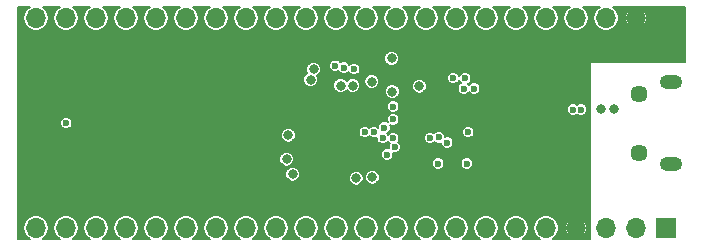
<source format=gbr>
G04 #@! TF.GenerationSoftware,KiCad,Pcbnew,5.0.2-bee76a0~70~ubuntu18.04.1*
G04 #@! TF.CreationDate,2019-01-15T20:31:34+13:00*
G04 #@! TF.ProjectId,pynano-1,70796e61-6e6f-42d3-912e-6b696361645f,rev?*
G04 #@! TF.SameCoordinates,Original*
G04 #@! TF.FileFunction,Copper,L3,Inr*
G04 #@! TF.FilePolarity,Positive*
%FSLAX46Y46*%
G04 Gerber Fmt 4.6, Leading zero omitted, Abs format (unit mm)*
G04 Created by KiCad (PCBNEW 5.0.2-bee76a0~70~ubuntu18.04.1) date Tue 15 Jan 2019 08:31:34 PM NZDT*
%MOMM*%
%LPD*%
G01*
G04 APERTURE LIST*
G04 #@! TA.AperFunction,ViaPad*
%ADD10R,1.700000X1.700000*%
G04 #@! TD*
G04 #@! TA.AperFunction,ViaPad*
%ADD11O,1.700000X1.700000*%
G04 #@! TD*
G04 #@! TA.AperFunction,ViaPad*
%ADD12C,1.450000*%
G04 #@! TD*
G04 #@! TA.AperFunction,ViaPad*
%ADD13O,1.900000X1.200000*%
G04 #@! TD*
G04 #@! TA.AperFunction,ViaPad*
%ADD14C,0.800000*%
G04 #@! TD*
G04 #@! TA.AperFunction,ViaPad*
%ADD15C,0.600000*%
G04 #@! TD*
G04 #@! TA.AperFunction,Conductor*
%ADD16C,0.152400*%
G04 #@! TD*
G04 APERTURE END LIST*
D10*
G04 #@! TO.N,+3V3*
G04 #@! TO.C,J1*
X190500000Y-52070000D03*
D11*
X187960000Y-52070000D03*
G04 #@! TO.N,GND*
X185420000Y-52070000D03*
X182880000Y-52070000D03*
G04 #@! TO.N,/PC8*
X180340000Y-52070000D03*
G04 #@! TO.N,/PC9*
X177800000Y-52070000D03*
G04 #@! TO.N,/PA8*
X175260000Y-52070000D03*
G04 #@! TO.N,/PA10*
X172720000Y-52070000D03*
G04 #@! TO.N,/PA15*
X170180000Y-52070000D03*
G04 #@! TO.N,/PC10*
X167640000Y-52070000D03*
G04 #@! TO.N,/PC11*
X165100000Y-52070000D03*
G04 #@! TO.N,/PC12*
X162560000Y-52070000D03*
G04 #@! TO.N,/PD2*
X160020000Y-52070000D03*
G04 #@! TO.N,/PB3*
X157480000Y-52070000D03*
G04 #@! TO.N,/PB4*
X154940000Y-52070000D03*
G04 #@! TO.N,/PB5*
X152400000Y-52070000D03*
G04 #@! TO.N,/PB6*
X149860000Y-52070000D03*
G04 #@! TO.N,/PB7*
X147320000Y-52070000D03*
G04 #@! TO.N,/BOOT0*
X144780000Y-52070000D03*
G04 #@! TO.N,/PB8*
X142240000Y-52070000D03*
G04 #@! TO.N,/PB9*
X139700000Y-52070000D03*
G04 #@! TO.N,/PC13*
X137160000Y-52070000D03*
G04 #@! TD*
G04 #@! TO.N,/VDDA*
G04 #@! TO.C,J3*
X137160000Y-69850000D03*
G04 #@! TO.N,/PA0*
X139700000Y-69850000D03*
G04 #@! TO.N,/PA1*
X142240000Y-69850000D03*
G04 #@! TO.N,/PA2*
X144780000Y-69850000D03*
G04 #@! TO.N,/PA3*
X147320000Y-69850000D03*
G04 #@! TO.N,/PA4*
X149860000Y-69850000D03*
G04 #@! TO.N,/PA5*
X152400000Y-69850000D03*
G04 #@! TO.N,/PA6*
X154940000Y-69850000D03*
G04 #@! TO.N,/PA7*
X157480000Y-69850000D03*
G04 #@! TO.N,/PC4*
X160020000Y-69850000D03*
G04 #@! TO.N,/PC5*
X162560000Y-69850000D03*
G04 #@! TO.N,/PB0*
X165100000Y-69850000D03*
G04 #@! TO.N,/PB1*
X167640000Y-69850000D03*
G04 #@! TO.N,/PB10*
X170180000Y-69850000D03*
G04 #@! TO.N,/PB11*
X172720000Y-69850000D03*
G04 #@! TO.N,/PC6*
X175260000Y-69850000D03*
G04 #@! TO.N,/PC7*
X177800000Y-69850000D03*
G04 #@! TO.N,GND*
X180340000Y-69850000D03*
G04 #@! TO.N,+3V3*
X182880000Y-69850000D03*
G04 #@! TO.N,GND*
X185420000Y-69850000D03*
G04 #@! TO.N,+5V*
X187960000Y-69850000D03*
D10*
G04 #@! TO.N,VBUS*
X190500000Y-69850000D03*
G04 #@! TD*
D12*
G04 #@! TO.N,GND*
G04 #@! TO.C,J2*
X188224700Y-63460000D03*
X188224700Y-58460000D03*
D13*
X190924700Y-64460000D03*
X190924700Y-57460000D03*
G04 #@! TD*
D14*
G04 #@! TO.N,GND*
X158877000Y-65278000D03*
X158496000Y-61976000D03*
X160393353Y-57303767D03*
X162941000Y-57785000D03*
X163957000Y-57785000D03*
X165569811Y-57443598D03*
D15*
X165735000Y-61722000D03*
X164973000Y-61722000D03*
X166878000Y-63627000D03*
X182626000Y-59817000D03*
X183286400Y-59817000D03*
G04 #@! TO.N,+3V3*
X162814000Y-63093600D03*
X163474400Y-63093600D03*
X164134800Y-63093600D03*
X167487600Y-57048400D03*
X166299000Y-65030500D03*
X160172400Y-65481200D03*
X171094400Y-63601600D03*
X174447200Y-62179200D03*
X175869600Y-61214000D03*
X176530000Y-61214000D03*
X179882800Y-62890400D03*
X179882800Y-63601600D03*
X179882800Y-64312800D03*
X179882800Y-65024000D03*
X180594000Y-62890400D03*
X180594000Y-63601600D03*
X180594000Y-64312800D03*
X180594000Y-65024000D03*
X175869600Y-60452000D03*
X176530000Y-60452000D03*
X180594000Y-62179200D03*
X179882800Y-62179200D03*
X179882800Y-65735200D03*
X180594000Y-65735200D03*
X159004000Y-56261000D03*
X158165800Y-57759600D03*
X174599600Y-54127400D03*
X139344400Y-63627000D03*
G04 #@! TO.N,/nRST*
X139700000Y-60960000D03*
D14*
G04 #@! TO.N,/VCAP_1*
X165608000Y-65532000D03*
G04 #@! TO.N,/VCAP_2*
X167299544Y-58286610D03*
G04 #@! TO.N,/VDDA*
X158369000Y-64008000D03*
G04 #@! TO.N,VBUS*
X184962800Y-59791600D03*
X186080400Y-59791600D03*
G04 #@! TO.N,/BOOT0*
X160655000Y-56388000D03*
G04 #@! TO.N,/BOOT1*
X164243745Y-65617775D03*
G04 #@! TO.N,/SYS_SWDIO*
X169586863Y-57826863D03*
G04 #@! TO.N,/SYS_SWCLK*
X167259962Y-55485189D03*
D15*
G04 #@! TO.N,/PA8*
X173482000Y-57150000D03*
X167383824Y-60634579D03*
G04 #@! TO.N,/SPI2_NSS*
X173609000Y-64389000D03*
G04 #@! TO.N,Net-(R8-Pad2)*
X173736000Y-61722000D03*
G04 #@! TO.N,Net-(R9-Pad2)*
X171196000Y-64389000D03*
G04 #@! TO.N,/SPI2_SCK*
X171958000Y-62611000D03*
G04 #@! TO.N,/SPI2_MISO*
X170492459Y-62218022D03*
G04 #@! TO.N,/SPI2_MOSI*
X171244968Y-62157560D03*
G04 #@! TO.N,/PC6*
X167513037Y-62992220D03*
G04 #@! TO.N,/PC7*
X167386000Y-62250610D03*
G04 #@! TO.N,/PC8*
X166497000Y-62230000D03*
X174244000Y-58039000D03*
G04 #@! TO.N,/PC9*
X173355000Y-58039000D03*
X166644609Y-61342244D03*
G04 #@! TO.N,/PA10*
X167386000Y-59563000D03*
X172466000Y-57150000D03*
G04 #@! TO.N,/PB3*
X164084000Y-56388000D03*
G04 #@! TO.N,/PB4*
X163195000Y-56261000D03*
G04 #@! TO.N,/PB5*
X162458796Y-56105673D03*
G04 #@! TD*
D16*
G04 #@! TO.N,+3V3*
G36*
X136382373Y-51292373D02*
X136143981Y-51649151D01*
X136060269Y-52070000D01*
X136143981Y-52490849D01*
X136382373Y-52847627D01*
X136739151Y-53086019D01*
X137053767Y-53148600D01*
X137266233Y-53148600D01*
X137580849Y-53086019D01*
X137937627Y-52847627D01*
X138176019Y-52490849D01*
X138259731Y-52070000D01*
X138176019Y-51649151D01*
X137937627Y-51292373D01*
X137692524Y-51128600D01*
X139167476Y-51128600D01*
X138922373Y-51292373D01*
X138683981Y-51649151D01*
X138600269Y-52070000D01*
X138683981Y-52490849D01*
X138922373Y-52847627D01*
X139279151Y-53086019D01*
X139593767Y-53148600D01*
X139806233Y-53148600D01*
X140120849Y-53086019D01*
X140477627Y-52847627D01*
X140716019Y-52490849D01*
X140799731Y-52070000D01*
X140716019Y-51649151D01*
X140477627Y-51292373D01*
X140232524Y-51128600D01*
X141707476Y-51128600D01*
X141462373Y-51292373D01*
X141223981Y-51649151D01*
X141140269Y-52070000D01*
X141223981Y-52490849D01*
X141462373Y-52847627D01*
X141819151Y-53086019D01*
X142133767Y-53148600D01*
X142346233Y-53148600D01*
X142660849Y-53086019D01*
X143017627Y-52847627D01*
X143256019Y-52490849D01*
X143339731Y-52070000D01*
X143256019Y-51649151D01*
X143017627Y-51292373D01*
X142772524Y-51128600D01*
X144247476Y-51128600D01*
X144002373Y-51292373D01*
X143763981Y-51649151D01*
X143680269Y-52070000D01*
X143763981Y-52490849D01*
X144002373Y-52847627D01*
X144359151Y-53086019D01*
X144673767Y-53148600D01*
X144886233Y-53148600D01*
X145200849Y-53086019D01*
X145557627Y-52847627D01*
X145796019Y-52490849D01*
X145879731Y-52070000D01*
X145796019Y-51649151D01*
X145557627Y-51292373D01*
X145312524Y-51128600D01*
X146787476Y-51128600D01*
X146542373Y-51292373D01*
X146303981Y-51649151D01*
X146220269Y-52070000D01*
X146303981Y-52490849D01*
X146542373Y-52847627D01*
X146899151Y-53086019D01*
X147213767Y-53148600D01*
X147426233Y-53148600D01*
X147740849Y-53086019D01*
X148097627Y-52847627D01*
X148336019Y-52490849D01*
X148419731Y-52070000D01*
X148336019Y-51649151D01*
X148097627Y-51292373D01*
X147852524Y-51128600D01*
X149327476Y-51128600D01*
X149082373Y-51292373D01*
X148843981Y-51649151D01*
X148760269Y-52070000D01*
X148843981Y-52490849D01*
X149082373Y-52847627D01*
X149439151Y-53086019D01*
X149753767Y-53148600D01*
X149966233Y-53148600D01*
X150280849Y-53086019D01*
X150637627Y-52847627D01*
X150876019Y-52490849D01*
X150959731Y-52070000D01*
X150876019Y-51649151D01*
X150637627Y-51292373D01*
X150392524Y-51128600D01*
X151867476Y-51128600D01*
X151622373Y-51292373D01*
X151383981Y-51649151D01*
X151300269Y-52070000D01*
X151383981Y-52490849D01*
X151622373Y-52847627D01*
X151979151Y-53086019D01*
X152293767Y-53148600D01*
X152506233Y-53148600D01*
X152820849Y-53086019D01*
X153177627Y-52847627D01*
X153416019Y-52490849D01*
X153499731Y-52070000D01*
X153416019Y-51649151D01*
X153177627Y-51292373D01*
X152932524Y-51128600D01*
X154407476Y-51128600D01*
X154162373Y-51292373D01*
X153923981Y-51649151D01*
X153840269Y-52070000D01*
X153923981Y-52490849D01*
X154162373Y-52847627D01*
X154519151Y-53086019D01*
X154833767Y-53148600D01*
X155046233Y-53148600D01*
X155360849Y-53086019D01*
X155717627Y-52847627D01*
X155956019Y-52490849D01*
X156039731Y-52070000D01*
X155956019Y-51649151D01*
X155717627Y-51292373D01*
X155472524Y-51128600D01*
X156947476Y-51128600D01*
X156702373Y-51292373D01*
X156463981Y-51649151D01*
X156380269Y-52070000D01*
X156463981Y-52490849D01*
X156702373Y-52847627D01*
X157059151Y-53086019D01*
X157373767Y-53148600D01*
X157586233Y-53148600D01*
X157900849Y-53086019D01*
X158257627Y-52847627D01*
X158496019Y-52490849D01*
X158579731Y-52070000D01*
X158496019Y-51649151D01*
X158257627Y-51292373D01*
X158012524Y-51128600D01*
X159487476Y-51128600D01*
X159242373Y-51292373D01*
X159003981Y-51649151D01*
X158920269Y-52070000D01*
X159003981Y-52490849D01*
X159242373Y-52847627D01*
X159599151Y-53086019D01*
X159913767Y-53148600D01*
X160126233Y-53148600D01*
X160440849Y-53086019D01*
X160797627Y-52847627D01*
X161036019Y-52490849D01*
X161119731Y-52070000D01*
X161036019Y-51649151D01*
X160797627Y-51292373D01*
X160552524Y-51128600D01*
X162027476Y-51128600D01*
X161782373Y-51292373D01*
X161543981Y-51649151D01*
X161460269Y-52070000D01*
X161543981Y-52490849D01*
X161782373Y-52847627D01*
X162139151Y-53086019D01*
X162453767Y-53148600D01*
X162666233Y-53148600D01*
X162980849Y-53086019D01*
X163337627Y-52847627D01*
X163576019Y-52490849D01*
X163659731Y-52070000D01*
X163576019Y-51649151D01*
X163337627Y-51292373D01*
X163092524Y-51128600D01*
X164567476Y-51128600D01*
X164322373Y-51292373D01*
X164083981Y-51649151D01*
X164000269Y-52070000D01*
X164083981Y-52490849D01*
X164322373Y-52847627D01*
X164679151Y-53086019D01*
X164993767Y-53148600D01*
X165206233Y-53148600D01*
X165520849Y-53086019D01*
X165877627Y-52847627D01*
X166116019Y-52490849D01*
X166199731Y-52070000D01*
X166116019Y-51649151D01*
X165877627Y-51292373D01*
X165632524Y-51128600D01*
X167107476Y-51128600D01*
X166862373Y-51292373D01*
X166623981Y-51649151D01*
X166540269Y-52070000D01*
X166623981Y-52490849D01*
X166862373Y-52847627D01*
X167219151Y-53086019D01*
X167533767Y-53148600D01*
X167746233Y-53148600D01*
X168060849Y-53086019D01*
X168417627Y-52847627D01*
X168656019Y-52490849D01*
X168739731Y-52070000D01*
X168656019Y-51649151D01*
X168417627Y-51292373D01*
X168172524Y-51128600D01*
X169647476Y-51128600D01*
X169402373Y-51292373D01*
X169163981Y-51649151D01*
X169080269Y-52070000D01*
X169163981Y-52490849D01*
X169402373Y-52847627D01*
X169759151Y-53086019D01*
X170073767Y-53148600D01*
X170286233Y-53148600D01*
X170600849Y-53086019D01*
X170957627Y-52847627D01*
X171196019Y-52490849D01*
X171279731Y-52070000D01*
X171196019Y-51649151D01*
X170957627Y-51292373D01*
X170712524Y-51128600D01*
X172187476Y-51128600D01*
X171942373Y-51292373D01*
X171703981Y-51649151D01*
X171620269Y-52070000D01*
X171703981Y-52490849D01*
X171942373Y-52847627D01*
X172299151Y-53086019D01*
X172613767Y-53148600D01*
X172826233Y-53148600D01*
X173140849Y-53086019D01*
X173497627Y-52847627D01*
X173736019Y-52490849D01*
X173819731Y-52070000D01*
X173736019Y-51649151D01*
X173497627Y-51292373D01*
X173252524Y-51128600D01*
X174727476Y-51128600D01*
X174482373Y-51292373D01*
X174243981Y-51649151D01*
X174160269Y-52070000D01*
X174243981Y-52490849D01*
X174482373Y-52847627D01*
X174839151Y-53086019D01*
X175153767Y-53148600D01*
X175366233Y-53148600D01*
X175680849Y-53086019D01*
X176037627Y-52847627D01*
X176276019Y-52490849D01*
X176359731Y-52070000D01*
X176276019Y-51649151D01*
X176037627Y-51292373D01*
X175792524Y-51128600D01*
X177267476Y-51128600D01*
X177022373Y-51292373D01*
X176783981Y-51649151D01*
X176700269Y-52070000D01*
X176783981Y-52490849D01*
X177022373Y-52847627D01*
X177379151Y-53086019D01*
X177693767Y-53148600D01*
X177906233Y-53148600D01*
X178220849Y-53086019D01*
X178577627Y-52847627D01*
X178816019Y-52490849D01*
X178899731Y-52070000D01*
X178816019Y-51649151D01*
X178577627Y-51292373D01*
X178332524Y-51128600D01*
X179807476Y-51128600D01*
X179562373Y-51292373D01*
X179323981Y-51649151D01*
X179240269Y-52070000D01*
X179323981Y-52490849D01*
X179562373Y-52847627D01*
X179919151Y-53086019D01*
X180233767Y-53148600D01*
X180446233Y-53148600D01*
X180760849Y-53086019D01*
X181117627Y-52847627D01*
X181356019Y-52490849D01*
X181439731Y-52070000D01*
X181356019Y-51649151D01*
X181117627Y-51292373D01*
X180872524Y-51128600D01*
X182347476Y-51128600D01*
X182102373Y-51292373D01*
X181863981Y-51649151D01*
X181780269Y-52070000D01*
X181863981Y-52490849D01*
X182102373Y-52847627D01*
X182459151Y-53086019D01*
X182773767Y-53148600D01*
X182986233Y-53148600D01*
X183300849Y-53086019D01*
X183657627Y-52847627D01*
X183896019Y-52490849D01*
X183979731Y-52070000D01*
X183896019Y-51649151D01*
X183657627Y-51292373D01*
X183412524Y-51128600D01*
X184887476Y-51128600D01*
X184642373Y-51292373D01*
X184403981Y-51649151D01*
X184320269Y-52070000D01*
X184403981Y-52490849D01*
X184642373Y-52847627D01*
X184999151Y-53086019D01*
X185313767Y-53148600D01*
X185526233Y-53148600D01*
X185840849Y-53086019D01*
X186197627Y-52847627D01*
X186436019Y-52490849D01*
X186485931Y-52239923D01*
X187049517Y-52239923D01*
X187183850Y-52575415D01*
X187436345Y-52833962D01*
X187768561Y-52976203D01*
X187790078Y-52980480D01*
X187934600Y-52976794D01*
X187934600Y-52095400D01*
X187985400Y-52095400D01*
X187985400Y-52976794D01*
X188129922Y-52980480D01*
X188151439Y-52976203D01*
X188483655Y-52833962D01*
X188736150Y-52575415D01*
X188870483Y-52239923D01*
X188867290Y-52114450D01*
X189573800Y-52114450D01*
X189573800Y-52935157D01*
X189585401Y-52963164D01*
X189606836Y-52984599D01*
X189634843Y-52996200D01*
X190455550Y-52996200D01*
X190474600Y-52977150D01*
X190474600Y-52095400D01*
X190525400Y-52095400D01*
X190525400Y-52977150D01*
X190544450Y-52996200D01*
X191365157Y-52996200D01*
X191393164Y-52984599D01*
X191414599Y-52963164D01*
X191426200Y-52935157D01*
X191426200Y-52114450D01*
X191407150Y-52095400D01*
X190525400Y-52095400D01*
X190474600Y-52095400D01*
X189592850Y-52095400D01*
X189573800Y-52114450D01*
X188867290Y-52114450D01*
X188866805Y-52095400D01*
X187985400Y-52095400D01*
X187934600Y-52095400D01*
X187053195Y-52095400D01*
X187049517Y-52239923D01*
X186485931Y-52239923D01*
X186519731Y-52070000D01*
X186485932Y-51900077D01*
X187049517Y-51900077D01*
X187053195Y-52044600D01*
X187934600Y-52044600D01*
X187934600Y-51163206D01*
X187985400Y-51163206D01*
X187985400Y-52044600D01*
X188866805Y-52044600D01*
X188870483Y-51900077D01*
X188736150Y-51564585D01*
X188483655Y-51306038D01*
X188247306Y-51204843D01*
X189573800Y-51204843D01*
X189573800Y-52025550D01*
X189592850Y-52044600D01*
X190474600Y-52044600D01*
X190474600Y-51162850D01*
X190525400Y-51162850D01*
X190525400Y-52044600D01*
X191407150Y-52044600D01*
X191426200Y-52025550D01*
X191426200Y-51204843D01*
X191414599Y-51176836D01*
X191393164Y-51155401D01*
X191365157Y-51143800D01*
X190544450Y-51143800D01*
X190525400Y-51162850D01*
X190474600Y-51162850D01*
X190455550Y-51143800D01*
X189634843Y-51143800D01*
X189606836Y-51155401D01*
X189585401Y-51176836D01*
X189573800Y-51204843D01*
X188247306Y-51204843D01*
X188151439Y-51163797D01*
X188129922Y-51159520D01*
X187985400Y-51163206D01*
X187934600Y-51163206D01*
X187790078Y-51159520D01*
X187768561Y-51163797D01*
X187436345Y-51306038D01*
X187183850Y-51564585D01*
X187049517Y-51900077D01*
X186485932Y-51900077D01*
X186436019Y-51649151D01*
X186197627Y-51292373D01*
X185952524Y-51128600D01*
X192076401Y-51128600D01*
X192076401Y-55803800D01*
X184150000Y-55803800D01*
X184120840Y-55809600D01*
X184096118Y-55826118D01*
X184079600Y-55850840D01*
X184073800Y-55880000D01*
X184073800Y-70791400D01*
X180872524Y-70791400D01*
X181117627Y-70627627D01*
X181356019Y-70270849D01*
X181405931Y-70019923D01*
X181969517Y-70019923D01*
X182103850Y-70355415D01*
X182356345Y-70613962D01*
X182688561Y-70756203D01*
X182710078Y-70760480D01*
X182854600Y-70756794D01*
X182854600Y-69875400D01*
X182905400Y-69875400D01*
X182905400Y-70756794D01*
X183049922Y-70760480D01*
X183071439Y-70756203D01*
X183403655Y-70613962D01*
X183656150Y-70355415D01*
X183790483Y-70019923D01*
X183786805Y-69875400D01*
X182905400Y-69875400D01*
X182854600Y-69875400D01*
X181973195Y-69875400D01*
X181969517Y-70019923D01*
X181405931Y-70019923D01*
X181439731Y-69850000D01*
X181405932Y-69680077D01*
X181969517Y-69680077D01*
X181973195Y-69824600D01*
X182854600Y-69824600D01*
X182854600Y-68943206D01*
X182905400Y-68943206D01*
X182905400Y-69824600D01*
X183786805Y-69824600D01*
X183790483Y-69680077D01*
X183656150Y-69344585D01*
X183403655Y-69086038D01*
X183071439Y-68943797D01*
X183049922Y-68939520D01*
X182905400Y-68943206D01*
X182854600Y-68943206D01*
X182710078Y-68939520D01*
X182688561Y-68943797D01*
X182356345Y-69086038D01*
X182103850Y-69344585D01*
X181969517Y-69680077D01*
X181405932Y-69680077D01*
X181356019Y-69429151D01*
X181117627Y-69072373D01*
X180760849Y-68833981D01*
X180446233Y-68771400D01*
X180233767Y-68771400D01*
X179919151Y-68833981D01*
X179562373Y-69072373D01*
X179323981Y-69429151D01*
X179240269Y-69850000D01*
X179323981Y-70270849D01*
X179562373Y-70627627D01*
X179807476Y-70791400D01*
X178332524Y-70791400D01*
X178577627Y-70627627D01*
X178816019Y-70270849D01*
X178899731Y-69850000D01*
X178816019Y-69429151D01*
X178577627Y-69072373D01*
X178220849Y-68833981D01*
X177906233Y-68771400D01*
X177693767Y-68771400D01*
X177379151Y-68833981D01*
X177022373Y-69072373D01*
X176783981Y-69429151D01*
X176700269Y-69850000D01*
X176783981Y-70270849D01*
X177022373Y-70627627D01*
X177267476Y-70791400D01*
X175792524Y-70791400D01*
X176037627Y-70627627D01*
X176276019Y-70270849D01*
X176359731Y-69850000D01*
X176276019Y-69429151D01*
X176037627Y-69072373D01*
X175680849Y-68833981D01*
X175366233Y-68771400D01*
X175153767Y-68771400D01*
X174839151Y-68833981D01*
X174482373Y-69072373D01*
X174243981Y-69429151D01*
X174160269Y-69850000D01*
X174243981Y-70270849D01*
X174482373Y-70627627D01*
X174727476Y-70791400D01*
X173252524Y-70791400D01*
X173497627Y-70627627D01*
X173736019Y-70270849D01*
X173819731Y-69850000D01*
X173736019Y-69429151D01*
X173497627Y-69072373D01*
X173140849Y-68833981D01*
X172826233Y-68771400D01*
X172613767Y-68771400D01*
X172299151Y-68833981D01*
X171942373Y-69072373D01*
X171703981Y-69429151D01*
X171620269Y-69850000D01*
X171703981Y-70270849D01*
X171942373Y-70627627D01*
X172187476Y-70791400D01*
X170712524Y-70791400D01*
X170957627Y-70627627D01*
X171196019Y-70270849D01*
X171279731Y-69850000D01*
X171196019Y-69429151D01*
X170957627Y-69072373D01*
X170600849Y-68833981D01*
X170286233Y-68771400D01*
X170073767Y-68771400D01*
X169759151Y-68833981D01*
X169402373Y-69072373D01*
X169163981Y-69429151D01*
X169080269Y-69850000D01*
X169163981Y-70270849D01*
X169402373Y-70627627D01*
X169647476Y-70791400D01*
X168172524Y-70791400D01*
X168417627Y-70627627D01*
X168656019Y-70270849D01*
X168739731Y-69850000D01*
X168656019Y-69429151D01*
X168417627Y-69072373D01*
X168060849Y-68833981D01*
X167746233Y-68771400D01*
X167533767Y-68771400D01*
X167219151Y-68833981D01*
X166862373Y-69072373D01*
X166623981Y-69429151D01*
X166540269Y-69850000D01*
X166623981Y-70270849D01*
X166862373Y-70627627D01*
X167107476Y-70791400D01*
X165632524Y-70791400D01*
X165877627Y-70627627D01*
X166116019Y-70270849D01*
X166199731Y-69850000D01*
X166116019Y-69429151D01*
X165877627Y-69072373D01*
X165520849Y-68833981D01*
X165206233Y-68771400D01*
X164993767Y-68771400D01*
X164679151Y-68833981D01*
X164322373Y-69072373D01*
X164083981Y-69429151D01*
X164000269Y-69850000D01*
X164083981Y-70270849D01*
X164322373Y-70627627D01*
X164567476Y-70791400D01*
X163092524Y-70791400D01*
X163337627Y-70627627D01*
X163576019Y-70270849D01*
X163659731Y-69850000D01*
X163576019Y-69429151D01*
X163337627Y-69072373D01*
X162980849Y-68833981D01*
X162666233Y-68771400D01*
X162453767Y-68771400D01*
X162139151Y-68833981D01*
X161782373Y-69072373D01*
X161543981Y-69429151D01*
X161460269Y-69850000D01*
X161543981Y-70270849D01*
X161782373Y-70627627D01*
X162027476Y-70791400D01*
X160552524Y-70791400D01*
X160797627Y-70627627D01*
X161036019Y-70270849D01*
X161119731Y-69850000D01*
X161036019Y-69429151D01*
X160797627Y-69072373D01*
X160440849Y-68833981D01*
X160126233Y-68771400D01*
X159913767Y-68771400D01*
X159599151Y-68833981D01*
X159242373Y-69072373D01*
X159003981Y-69429151D01*
X158920269Y-69850000D01*
X159003981Y-70270849D01*
X159242373Y-70627627D01*
X159487476Y-70791400D01*
X158012524Y-70791400D01*
X158257627Y-70627627D01*
X158496019Y-70270849D01*
X158579731Y-69850000D01*
X158496019Y-69429151D01*
X158257627Y-69072373D01*
X157900849Y-68833981D01*
X157586233Y-68771400D01*
X157373767Y-68771400D01*
X157059151Y-68833981D01*
X156702373Y-69072373D01*
X156463981Y-69429151D01*
X156380269Y-69850000D01*
X156463981Y-70270849D01*
X156702373Y-70627627D01*
X156947476Y-70791400D01*
X155472524Y-70791400D01*
X155717627Y-70627627D01*
X155956019Y-70270849D01*
X156039731Y-69850000D01*
X155956019Y-69429151D01*
X155717627Y-69072373D01*
X155360849Y-68833981D01*
X155046233Y-68771400D01*
X154833767Y-68771400D01*
X154519151Y-68833981D01*
X154162373Y-69072373D01*
X153923981Y-69429151D01*
X153840269Y-69850000D01*
X153923981Y-70270849D01*
X154162373Y-70627627D01*
X154407476Y-70791400D01*
X152932524Y-70791400D01*
X153177627Y-70627627D01*
X153416019Y-70270849D01*
X153499731Y-69850000D01*
X153416019Y-69429151D01*
X153177627Y-69072373D01*
X152820849Y-68833981D01*
X152506233Y-68771400D01*
X152293767Y-68771400D01*
X151979151Y-68833981D01*
X151622373Y-69072373D01*
X151383981Y-69429151D01*
X151300269Y-69850000D01*
X151383981Y-70270849D01*
X151622373Y-70627627D01*
X151867476Y-70791400D01*
X150392524Y-70791400D01*
X150637627Y-70627627D01*
X150876019Y-70270849D01*
X150959731Y-69850000D01*
X150876019Y-69429151D01*
X150637627Y-69072373D01*
X150280849Y-68833981D01*
X149966233Y-68771400D01*
X149753767Y-68771400D01*
X149439151Y-68833981D01*
X149082373Y-69072373D01*
X148843981Y-69429151D01*
X148760269Y-69850000D01*
X148843981Y-70270849D01*
X149082373Y-70627627D01*
X149327476Y-70791400D01*
X147852524Y-70791400D01*
X148097627Y-70627627D01*
X148336019Y-70270849D01*
X148419731Y-69850000D01*
X148336019Y-69429151D01*
X148097627Y-69072373D01*
X147740849Y-68833981D01*
X147426233Y-68771400D01*
X147213767Y-68771400D01*
X146899151Y-68833981D01*
X146542373Y-69072373D01*
X146303981Y-69429151D01*
X146220269Y-69850000D01*
X146303981Y-70270849D01*
X146542373Y-70627627D01*
X146787476Y-70791400D01*
X145312524Y-70791400D01*
X145557627Y-70627627D01*
X145796019Y-70270849D01*
X145879731Y-69850000D01*
X145796019Y-69429151D01*
X145557627Y-69072373D01*
X145200849Y-68833981D01*
X144886233Y-68771400D01*
X144673767Y-68771400D01*
X144359151Y-68833981D01*
X144002373Y-69072373D01*
X143763981Y-69429151D01*
X143680269Y-69850000D01*
X143763981Y-70270849D01*
X144002373Y-70627627D01*
X144247476Y-70791400D01*
X142772524Y-70791400D01*
X143017627Y-70627627D01*
X143256019Y-70270849D01*
X143339731Y-69850000D01*
X143256019Y-69429151D01*
X143017627Y-69072373D01*
X142660849Y-68833981D01*
X142346233Y-68771400D01*
X142133767Y-68771400D01*
X141819151Y-68833981D01*
X141462373Y-69072373D01*
X141223981Y-69429151D01*
X141140269Y-69850000D01*
X141223981Y-70270849D01*
X141462373Y-70627627D01*
X141707476Y-70791400D01*
X140232524Y-70791400D01*
X140477627Y-70627627D01*
X140716019Y-70270849D01*
X140799731Y-69850000D01*
X140716019Y-69429151D01*
X140477627Y-69072373D01*
X140120849Y-68833981D01*
X139806233Y-68771400D01*
X139593767Y-68771400D01*
X139279151Y-68833981D01*
X138922373Y-69072373D01*
X138683981Y-69429151D01*
X138600269Y-69850000D01*
X138683981Y-70270849D01*
X138922373Y-70627627D01*
X139167476Y-70791400D01*
X137692524Y-70791400D01*
X137937627Y-70627627D01*
X138176019Y-70270849D01*
X138259731Y-69850000D01*
X138176019Y-69429151D01*
X137937627Y-69072373D01*
X137580849Y-68833981D01*
X137266233Y-68771400D01*
X137053767Y-68771400D01*
X136739151Y-68833981D01*
X136382373Y-69072373D01*
X136143981Y-69429151D01*
X136060269Y-69850000D01*
X136143981Y-70270849D01*
X136382373Y-70627627D01*
X136627476Y-70791400D01*
X135583600Y-70791400D01*
X135583600Y-65152964D01*
X158248400Y-65152964D01*
X158248400Y-65403036D01*
X158344099Y-65634073D01*
X158520927Y-65810901D01*
X158751964Y-65906600D01*
X159002036Y-65906600D01*
X159233073Y-65810901D01*
X159409901Y-65634073D01*
X159468443Y-65492739D01*
X163615145Y-65492739D01*
X163615145Y-65742811D01*
X163710844Y-65973848D01*
X163887672Y-66150676D01*
X164118709Y-66246375D01*
X164368781Y-66246375D01*
X164599818Y-66150676D01*
X164776646Y-65973848D01*
X164872345Y-65742811D01*
X164872345Y-65492739D01*
X164836816Y-65406964D01*
X164979400Y-65406964D01*
X164979400Y-65657036D01*
X165075099Y-65888073D01*
X165251927Y-66064901D01*
X165482964Y-66160600D01*
X165733036Y-66160600D01*
X165964073Y-66064901D01*
X166140901Y-65888073D01*
X166236600Y-65657036D01*
X166236600Y-65406964D01*
X166140901Y-65175927D01*
X165964073Y-64999099D01*
X165733036Y-64903400D01*
X165482964Y-64903400D01*
X165251927Y-64999099D01*
X165075099Y-65175927D01*
X164979400Y-65406964D01*
X164836816Y-65406964D01*
X164776646Y-65261702D01*
X164599818Y-65084874D01*
X164368781Y-64989175D01*
X164118709Y-64989175D01*
X163887672Y-65084874D01*
X163710844Y-65261702D01*
X163615145Y-65492739D01*
X159468443Y-65492739D01*
X159505600Y-65403036D01*
X159505600Y-65152964D01*
X159409901Y-64921927D01*
X159233073Y-64745099D01*
X159002036Y-64649400D01*
X158751964Y-64649400D01*
X158520927Y-64745099D01*
X158344099Y-64921927D01*
X158248400Y-65152964D01*
X135583600Y-65152964D01*
X135583600Y-63882964D01*
X157740400Y-63882964D01*
X157740400Y-64133036D01*
X157836099Y-64364073D01*
X158012927Y-64540901D01*
X158243964Y-64636600D01*
X158494036Y-64636600D01*
X158725073Y-64540901D01*
X158901901Y-64364073D01*
X158935128Y-64283855D01*
X170667400Y-64283855D01*
X170667400Y-64494145D01*
X170747874Y-64688428D01*
X170896572Y-64837126D01*
X171090855Y-64917600D01*
X171301145Y-64917600D01*
X171495428Y-64837126D01*
X171644126Y-64688428D01*
X171724600Y-64494145D01*
X171724600Y-64283855D01*
X173080400Y-64283855D01*
X173080400Y-64494145D01*
X173160874Y-64688428D01*
X173309572Y-64837126D01*
X173503855Y-64917600D01*
X173714145Y-64917600D01*
X173908428Y-64837126D01*
X174057126Y-64688428D01*
X174137600Y-64494145D01*
X174137600Y-64283855D01*
X174057126Y-64089572D01*
X173908428Y-63940874D01*
X173714145Y-63860400D01*
X173503855Y-63860400D01*
X173309572Y-63940874D01*
X173160874Y-64089572D01*
X173080400Y-64283855D01*
X171724600Y-64283855D01*
X171644126Y-64089572D01*
X171495428Y-63940874D01*
X171301145Y-63860400D01*
X171090855Y-63860400D01*
X170896572Y-63940874D01*
X170747874Y-64089572D01*
X170667400Y-64283855D01*
X158935128Y-64283855D01*
X158997600Y-64133036D01*
X158997600Y-63882964D01*
X158901901Y-63651927D01*
X158725073Y-63475099D01*
X158494036Y-63379400D01*
X158243964Y-63379400D01*
X158012927Y-63475099D01*
X157836099Y-63651927D01*
X157740400Y-63882964D01*
X135583600Y-63882964D01*
X135583600Y-61850964D01*
X157867400Y-61850964D01*
X157867400Y-62101036D01*
X157963099Y-62332073D01*
X158139927Y-62508901D01*
X158370964Y-62604600D01*
X158621036Y-62604600D01*
X158852073Y-62508901D01*
X159028901Y-62332073D01*
X159124600Y-62101036D01*
X159124600Y-61850964D01*
X159028901Y-61619927D01*
X159025829Y-61616855D01*
X164444400Y-61616855D01*
X164444400Y-61827145D01*
X164524874Y-62021428D01*
X164673572Y-62170126D01*
X164867855Y-62250600D01*
X165078145Y-62250600D01*
X165272428Y-62170126D01*
X165354000Y-62088554D01*
X165435572Y-62170126D01*
X165629855Y-62250600D01*
X165840145Y-62250600D01*
X165968400Y-62197475D01*
X165968400Y-62335145D01*
X166048874Y-62529428D01*
X166197572Y-62678126D01*
X166391855Y-62758600D01*
X166602145Y-62758600D01*
X166796428Y-62678126D01*
X166933962Y-62540592D01*
X166937874Y-62550038D01*
X167072770Y-62684934D01*
X167064911Y-62692792D01*
X166984437Y-62887075D01*
X166984437Y-63097365D01*
X166985222Y-63099260D01*
X166983145Y-63098400D01*
X166772855Y-63098400D01*
X166578572Y-63178874D01*
X166429874Y-63327572D01*
X166349400Y-63521855D01*
X166349400Y-63732145D01*
X166429874Y-63926428D01*
X166578572Y-64075126D01*
X166772855Y-64155600D01*
X166983145Y-64155600D01*
X167177428Y-64075126D01*
X167326126Y-63926428D01*
X167406600Y-63732145D01*
X167406600Y-63521855D01*
X167405815Y-63519960D01*
X167407892Y-63520820D01*
X167618182Y-63520820D01*
X167812465Y-63440346D01*
X167961163Y-63291648D01*
X168041637Y-63097365D01*
X168041637Y-62887075D01*
X167961163Y-62692792D01*
X167826268Y-62557897D01*
X167834126Y-62550038D01*
X167914600Y-62355755D01*
X167914600Y-62145465D01*
X167901102Y-62112877D01*
X169963859Y-62112877D01*
X169963859Y-62323167D01*
X170044333Y-62517450D01*
X170193031Y-62666148D01*
X170387314Y-62746622D01*
X170597604Y-62746622D01*
X170791887Y-62666148D01*
X170898945Y-62559091D01*
X170945540Y-62605686D01*
X171139823Y-62686160D01*
X171350113Y-62686160D01*
X171429400Y-62653319D01*
X171429400Y-62716145D01*
X171509874Y-62910428D01*
X171658572Y-63059126D01*
X171852855Y-63139600D01*
X172063145Y-63139600D01*
X172257428Y-63059126D01*
X172406126Y-62910428D01*
X172486600Y-62716145D01*
X172486600Y-62505855D01*
X172406126Y-62311572D01*
X172257428Y-62162874D01*
X172063145Y-62082400D01*
X171852855Y-62082400D01*
X171773568Y-62115241D01*
X171773568Y-62052415D01*
X171693094Y-61858132D01*
X171544396Y-61709434D01*
X171350113Y-61628960D01*
X171139823Y-61628960D01*
X170945540Y-61709434D01*
X170838483Y-61816492D01*
X170791887Y-61769896D01*
X170597604Y-61689422D01*
X170387314Y-61689422D01*
X170193031Y-61769896D01*
X170044333Y-61918594D01*
X169963859Y-62112877D01*
X167901102Y-62112877D01*
X167834126Y-61951182D01*
X167685428Y-61802484D01*
X167491145Y-61722010D01*
X167280855Y-61722010D01*
X167086572Y-61802484D01*
X166949038Y-61940018D01*
X166945126Y-61930572D01*
X166845669Y-61831115D01*
X166944037Y-61790370D01*
X167092735Y-61641672D01*
X167103014Y-61616855D01*
X173207400Y-61616855D01*
X173207400Y-61827145D01*
X173287874Y-62021428D01*
X173436572Y-62170126D01*
X173630855Y-62250600D01*
X173841145Y-62250600D01*
X174035428Y-62170126D01*
X174184126Y-62021428D01*
X174264600Y-61827145D01*
X174264600Y-61616855D01*
X174184126Y-61422572D01*
X174035428Y-61273874D01*
X173841145Y-61193400D01*
X173630855Y-61193400D01*
X173436572Y-61273874D01*
X173287874Y-61422572D01*
X173207400Y-61616855D01*
X167103014Y-61616855D01*
X167173209Y-61447389D01*
X167173209Y-61237099D01*
X167114406Y-61095136D01*
X167278679Y-61163179D01*
X167488969Y-61163179D01*
X167683252Y-61082705D01*
X167831950Y-60934007D01*
X167912424Y-60739724D01*
X167912424Y-60529434D01*
X167831950Y-60335151D01*
X167683252Y-60186453D01*
X167488969Y-60105979D01*
X167278679Y-60105979D01*
X167084396Y-60186453D01*
X166935698Y-60335151D01*
X166855224Y-60529434D01*
X166855224Y-60739724D01*
X166914027Y-60881687D01*
X166749754Y-60813644D01*
X166539464Y-60813644D01*
X166345181Y-60894118D01*
X166196483Y-61042816D01*
X166116009Y-61237099D01*
X166116009Y-61355455D01*
X166034428Y-61273874D01*
X165840145Y-61193400D01*
X165629855Y-61193400D01*
X165435572Y-61273874D01*
X165354000Y-61355446D01*
X165272428Y-61273874D01*
X165078145Y-61193400D01*
X164867855Y-61193400D01*
X164673572Y-61273874D01*
X164524874Y-61422572D01*
X164444400Y-61616855D01*
X159025829Y-61616855D01*
X158852073Y-61443099D01*
X158621036Y-61347400D01*
X158370964Y-61347400D01*
X158139927Y-61443099D01*
X157963099Y-61619927D01*
X157867400Y-61850964D01*
X135583600Y-61850964D01*
X135583600Y-60854855D01*
X139171400Y-60854855D01*
X139171400Y-61065145D01*
X139251874Y-61259428D01*
X139400572Y-61408126D01*
X139594855Y-61488600D01*
X139805145Y-61488600D01*
X139999428Y-61408126D01*
X140148126Y-61259428D01*
X140228600Y-61065145D01*
X140228600Y-60854855D01*
X140148126Y-60660572D01*
X139999428Y-60511874D01*
X139805145Y-60431400D01*
X139594855Y-60431400D01*
X139400572Y-60511874D01*
X139251874Y-60660572D01*
X139171400Y-60854855D01*
X135583600Y-60854855D01*
X135583600Y-59457855D01*
X166857400Y-59457855D01*
X166857400Y-59668145D01*
X166937874Y-59862428D01*
X167086572Y-60011126D01*
X167280855Y-60091600D01*
X167491145Y-60091600D01*
X167685428Y-60011126D01*
X167834126Y-59862428D01*
X167896494Y-59711855D01*
X182097400Y-59711855D01*
X182097400Y-59922145D01*
X182177874Y-60116428D01*
X182326572Y-60265126D01*
X182520855Y-60345600D01*
X182731145Y-60345600D01*
X182925428Y-60265126D01*
X182956200Y-60234354D01*
X182986972Y-60265126D01*
X183181255Y-60345600D01*
X183391545Y-60345600D01*
X183585828Y-60265126D01*
X183734526Y-60116428D01*
X183815000Y-59922145D01*
X183815000Y-59711855D01*
X183734526Y-59517572D01*
X183585828Y-59368874D01*
X183391545Y-59288400D01*
X183181255Y-59288400D01*
X182986972Y-59368874D01*
X182956200Y-59399646D01*
X182925428Y-59368874D01*
X182731145Y-59288400D01*
X182520855Y-59288400D01*
X182326572Y-59368874D01*
X182177874Y-59517572D01*
X182097400Y-59711855D01*
X167896494Y-59711855D01*
X167914600Y-59668145D01*
X167914600Y-59457855D01*
X167834126Y-59263572D01*
X167685428Y-59114874D01*
X167491145Y-59034400D01*
X167280855Y-59034400D01*
X167086572Y-59114874D01*
X166937874Y-59263572D01*
X166857400Y-59457855D01*
X135583600Y-59457855D01*
X135583600Y-57178731D01*
X159764753Y-57178731D01*
X159764753Y-57428803D01*
X159860452Y-57659840D01*
X160037280Y-57836668D01*
X160268317Y-57932367D01*
X160518389Y-57932367D01*
X160749426Y-57836668D01*
X160926130Y-57659964D01*
X162312400Y-57659964D01*
X162312400Y-57910036D01*
X162408099Y-58141073D01*
X162584927Y-58317901D01*
X162815964Y-58413600D01*
X163066036Y-58413600D01*
X163297073Y-58317901D01*
X163449000Y-58165974D01*
X163600927Y-58317901D01*
X163831964Y-58413600D01*
X164082036Y-58413600D01*
X164313073Y-58317901D01*
X164469400Y-58161574D01*
X166670944Y-58161574D01*
X166670944Y-58411646D01*
X166766643Y-58642683D01*
X166943471Y-58819511D01*
X167174508Y-58915210D01*
X167424580Y-58915210D01*
X167655617Y-58819511D01*
X167832445Y-58642683D01*
X167928144Y-58411646D01*
X167928144Y-58161574D01*
X167832445Y-57930537D01*
X167655617Y-57753709D01*
X167530364Y-57701827D01*
X168958263Y-57701827D01*
X168958263Y-57951899D01*
X169053962Y-58182936D01*
X169230790Y-58359764D01*
X169461827Y-58455463D01*
X169711899Y-58455463D01*
X169942936Y-58359764D01*
X170119764Y-58182936D01*
X170215463Y-57951899D01*
X170215463Y-57701827D01*
X170119764Y-57470790D01*
X169942936Y-57293962D01*
X169711899Y-57198263D01*
X169461827Y-57198263D01*
X169230790Y-57293962D01*
X169053962Y-57470790D01*
X168958263Y-57701827D01*
X167530364Y-57701827D01*
X167424580Y-57658010D01*
X167174508Y-57658010D01*
X166943471Y-57753709D01*
X166766643Y-57930537D01*
X166670944Y-58161574D01*
X164469400Y-58161574D01*
X164489901Y-58141073D01*
X164585600Y-57910036D01*
X164585600Y-57659964D01*
X164489901Y-57428927D01*
X164379536Y-57318562D01*
X164941211Y-57318562D01*
X164941211Y-57568634D01*
X165036910Y-57799671D01*
X165213738Y-57976499D01*
X165444775Y-58072198D01*
X165694847Y-58072198D01*
X165925884Y-57976499D01*
X166102712Y-57799671D01*
X166198411Y-57568634D01*
X166198411Y-57318562D01*
X166102712Y-57087525D01*
X166060042Y-57044855D01*
X171937400Y-57044855D01*
X171937400Y-57255145D01*
X172017874Y-57449428D01*
X172166572Y-57598126D01*
X172360855Y-57678600D01*
X172571145Y-57678600D01*
X172765428Y-57598126D01*
X172914126Y-57449428D01*
X172974000Y-57304878D01*
X173033874Y-57449428D01*
X173140247Y-57555801D01*
X173055572Y-57590874D01*
X172906874Y-57739572D01*
X172826400Y-57933855D01*
X172826400Y-58144145D01*
X172906874Y-58338428D01*
X173055572Y-58487126D01*
X173249855Y-58567600D01*
X173460145Y-58567600D01*
X173654428Y-58487126D01*
X173799500Y-58342054D01*
X173944572Y-58487126D01*
X174138855Y-58567600D01*
X174349145Y-58567600D01*
X174543428Y-58487126D01*
X174692126Y-58338428D01*
X174772600Y-58144145D01*
X174772600Y-57933855D01*
X174692126Y-57739572D01*
X174543428Y-57590874D01*
X174349145Y-57510400D01*
X174138855Y-57510400D01*
X173944572Y-57590874D01*
X173799500Y-57735946D01*
X173696753Y-57633199D01*
X173781428Y-57598126D01*
X173930126Y-57449428D01*
X174010600Y-57255145D01*
X174010600Y-57044855D01*
X173930126Y-56850572D01*
X173781428Y-56701874D01*
X173587145Y-56621400D01*
X173376855Y-56621400D01*
X173182572Y-56701874D01*
X173033874Y-56850572D01*
X172974000Y-56995122D01*
X172914126Y-56850572D01*
X172765428Y-56701874D01*
X172571145Y-56621400D01*
X172360855Y-56621400D01*
X172166572Y-56701874D01*
X172017874Y-56850572D01*
X171937400Y-57044855D01*
X166060042Y-57044855D01*
X165925884Y-56910697D01*
X165694847Y-56814998D01*
X165444775Y-56814998D01*
X165213738Y-56910697D01*
X165036910Y-57087525D01*
X164941211Y-57318562D01*
X164379536Y-57318562D01*
X164313073Y-57252099D01*
X164082036Y-57156400D01*
X163831964Y-57156400D01*
X163600927Y-57252099D01*
X163449000Y-57404026D01*
X163297073Y-57252099D01*
X163066036Y-57156400D01*
X162815964Y-57156400D01*
X162584927Y-57252099D01*
X162408099Y-57428927D01*
X162312400Y-57659964D01*
X160926130Y-57659964D01*
X160926254Y-57659840D01*
X161021953Y-57428803D01*
X161021953Y-57178731D01*
X160929203Y-56954813D01*
X161011073Y-56920901D01*
X161187901Y-56744073D01*
X161283600Y-56513036D01*
X161283600Y-56262964D01*
X161187901Y-56031927D01*
X161156502Y-56000528D01*
X161930196Y-56000528D01*
X161930196Y-56210818D01*
X162010670Y-56405101D01*
X162159368Y-56553799D01*
X162353651Y-56634273D01*
X162563941Y-56634273D01*
X162746192Y-56558783D01*
X162746874Y-56560428D01*
X162895572Y-56709126D01*
X163089855Y-56789600D01*
X163300145Y-56789600D01*
X163494428Y-56709126D01*
X163600801Y-56602753D01*
X163635874Y-56687428D01*
X163784572Y-56836126D01*
X163978855Y-56916600D01*
X164189145Y-56916600D01*
X164383428Y-56836126D01*
X164532126Y-56687428D01*
X164612600Y-56493145D01*
X164612600Y-56282855D01*
X164532126Y-56088572D01*
X164383428Y-55939874D01*
X164189145Y-55859400D01*
X163978855Y-55859400D01*
X163784572Y-55939874D01*
X163678199Y-56046247D01*
X163643126Y-55961572D01*
X163494428Y-55812874D01*
X163300145Y-55732400D01*
X163089855Y-55732400D01*
X162907604Y-55807890D01*
X162906922Y-55806245D01*
X162758224Y-55657547D01*
X162563941Y-55577073D01*
X162353651Y-55577073D01*
X162159368Y-55657547D01*
X162010670Y-55806245D01*
X161930196Y-56000528D01*
X161156502Y-56000528D01*
X161011073Y-55855099D01*
X160780036Y-55759400D01*
X160529964Y-55759400D01*
X160298927Y-55855099D01*
X160122099Y-56031927D01*
X160026400Y-56262964D01*
X160026400Y-56513036D01*
X160119150Y-56736954D01*
X160037280Y-56770866D01*
X159860452Y-56947694D01*
X159764753Y-57178731D01*
X135583600Y-57178731D01*
X135583600Y-55360153D01*
X166631362Y-55360153D01*
X166631362Y-55610225D01*
X166727061Y-55841262D01*
X166903889Y-56018090D01*
X167134926Y-56113789D01*
X167384998Y-56113789D01*
X167616035Y-56018090D01*
X167792863Y-55841262D01*
X167888562Y-55610225D01*
X167888562Y-55360153D01*
X167792863Y-55129116D01*
X167616035Y-54952288D01*
X167384998Y-54856589D01*
X167134926Y-54856589D01*
X166903889Y-54952288D01*
X166727061Y-55129116D01*
X166631362Y-55360153D01*
X135583600Y-55360153D01*
X135583600Y-51128600D01*
X136627476Y-51128600D01*
X136382373Y-51292373D01*
X136382373Y-51292373D01*
G37*
X136382373Y-51292373D02*
X136143981Y-51649151D01*
X136060269Y-52070000D01*
X136143981Y-52490849D01*
X136382373Y-52847627D01*
X136739151Y-53086019D01*
X137053767Y-53148600D01*
X137266233Y-53148600D01*
X137580849Y-53086019D01*
X137937627Y-52847627D01*
X138176019Y-52490849D01*
X138259731Y-52070000D01*
X138176019Y-51649151D01*
X137937627Y-51292373D01*
X137692524Y-51128600D01*
X139167476Y-51128600D01*
X138922373Y-51292373D01*
X138683981Y-51649151D01*
X138600269Y-52070000D01*
X138683981Y-52490849D01*
X138922373Y-52847627D01*
X139279151Y-53086019D01*
X139593767Y-53148600D01*
X139806233Y-53148600D01*
X140120849Y-53086019D01*
X140477627Y-52847627D01*
X140716019Y-52490849D01*
X140799731Y-52070000D01*
X140716019Y-51649151D01*
X140477627Y-51292373D01*
X140232524Y-51128600D01*
X141707476Y-51128600D01*
X141462373Y-51292373D01*
X141223981Y-51649151D01*
X141140269Y-52070000D01*
X141223981Y-52490849D01*
X141462373Y-52847627D01*
X141819151Y-53086019D01*
X142133767Y-53148600D01*
X142346233Y-53148600D01*
X142660849Y-53086019D01*
X143017627Y-52847627D01*
X143256019Y-52490849D01*
X143339731Y-52070000D01*
X143256019Y-51649151D01*
X143017627Y-51292373D01*
X142772524Y-51128600D01*
X144247476Y-51128600D01*
X144002373Y-51292373D01*
X143763981Y-51649151D01*
X143680269Y-52070000D01*
X143763981Y-52490849D01*
X144002373Y-52847627D01*
X144359151Y-53086019D01*
X144673767Y-53148600D01*
X144886233Y-53148600D01*
X145200849Y-53086019D01*
X145557627Y-52847627D01*
X145796019Y-52490849D01*
X145879731Y-52070000D01*
X145796019Y-51649151D01*
X145557627Y-51292373D01*
X145312524Y-51128600D01*
X146787476Y-51128600D01*
X146542373Y-51292373D01*
X146303981Y-51649151D01*
X146220269Y-52070000D01*
X146303981Y-52490849D01*
X146542373Y-52847627D01*
X146899151Y-53086019D01*
X147213767Y-53148600D01*
X147426233Y-53148600D01*
X147740849Y-53086019D01*
X148097627Y-52847627D01*
X148336019Y-52490849D01*
X148419731Y-52070000D01*
X148336019Y-51649151D01*
X148097627Y-51292373D01*
X147852524Y-51128600D01*
X149327476Y-51128600D01*
X149082373Y-51292373D01*
X148843981Y-51649151D01*
X148760269Y-52070000D01*
X148843981Y-52490849D01*
X149082373Y-52847627D01*
X149439151Y-53086019D01*
X149753767Y-53148600D01*
X149966233Y-53148600D01*
X150280849Y-53086019D01*
X150637627Y-52847627D01*
X150876019Y-52490849D01*
X150959731Y-52070000D01*
X150876019Y-51649151D01*
X150637627Y-51292373D01*
X150392524Y-51128600D01*
X151867476Y-51128600D01*
X151622373Y-51292373D01*
X151383981Y-51649151D01*
X151300269Y-52070000D01*
X151383981Y-52490849D01*
X151622373Y-52847627D01*
X151979151Y-53086019D01*
X152293767Y-53148600D01*
X152506233Y-53148600D01*
X152820849Y-53086019D01*
X153177627Y-52847627D01*
X153416019Y-52490849D01*
X153499731Y-52070000D01*
X153416019Y-51649151D01*
X153177627Y-51292373D01*
X152932524Y-51128600D01*
X154407476Y-51128600D01*
X154162373Y-51292373D01*
X153923981Y-51649151D01*
X153840269Y-52070000D01*
X153923981Y-52490849D01*
X154162373Y-52847627D01*
X154519151Y-53086019D01*
X154833767Y-53148600D01*
X155046233Y-53148600D01*
X155360849Y-53086019D01*
X155717627Y-52847627D01*
X155956019Y-52490849D01*
X156039731Y-52070000D01*
X155956019Y-51649151D01*
X155717627Y-51292373D01*
X155472524Y-51128600D01*
X156947476Y-51128600D01*
X156702373Y-51292373D01*
X156463981Y-51649151D01*
X156380269Y-52070000D01*
X156463981Y-52490849D01*
X156702373Y-52847627D01*
X157059151Y-53086019D01*
X157373767Y-53148600D01*
X157586233Y-53148600D01*
X157900849Y-53086019D01*
X158257627Y-52847627D01*
X158496019Y-52490849D01*
X158579731Y-52070000D01*
X158496019Y-51649151D01*
X158257627Y-51292373D01*
X158012524Y-51128600D01*
X159487476Y-51128600D01*
X159242373Y-51292373D01*
X159003981Y-51649151D01*
X158920269Y-52070000D01*
X159003981Y-52490849D01*
X159242373Y-52847627D01*
X159599151Y-53086019D01*
X159913767Y-53148600D01*
X160126233Y-53148600D01*
X160440849Y-53086019D01*
X160797627Y-52847627D01*
X161036019Y-52490849D01*
X161119731Y-52070000D01*
X161036019Y-51649151D01*
X160797627Y-51292373D01*
X160552524Y-51128600D01*
X162027476Y-51128600D01*
X161782373Y-51292373D01*
X161543981Y-51649151D01*
X161460269Y-52070000D01*
X161543981Y-52490849D01*
X161782373Y-52847627D01*
X162139151Y-53086019D01*
X162453767Y-53148600D01*
X162666233Y-53148600D01*
X162980849Y-53086019D01*
X163337627Y-52847627D01*
X163576019Y-52490849D01*
X163659731Y-52070000D01*
X163576019Y-51649151D01*
X163337627Y-51292373D01*
X163092524Y-51128600D01*
X164567476Y-51128600D01*
X164322373Y-51292373D01*
X164083981Y-51649151D01*
X164000269Y-52070000D01*
X164083981Y-52490849D01*
X164322373Y-52847627D01*
X164679151Y-53086019D01*
X164993767Y-53148600D01*
X165206233Y-53148600D01*
X165520849Y-53086019D01*
X165877627Y-52847627D01*
X166116019Y-52490849D01*
X166199731Y-52070000D01*
X166116019Y-51649151D01*
X165877627Y-51292373D01*
X165632524Y-51128600D01*
X167107476Y-51128600D01*
X166862373Y-51292373D01*
X166623981Y-51649151D01*
X166540269Y-52070000D01*
X166623981Y-52490849D01*
X166862373Y-52847627D01*
X167219151Y-53086019D01*
X167533767Y-53148600D01*
X167746233Y-53148600D01*
X168060849Y-53086019D01*
X168417627Y-52847627D01*
X168656019Y-52490849D01*
X168739731Y-52070000D01*
X168656019Y-51649151D01*
X168417627Y-51292373D01*
X168172524Y-51128600D01*
X169647476Y-51128600D01*
X169402373Y-51292373D01*
X169163981Y-51649151D01*
X169080269Y-52070000D01*
X169163981Y-52490849D01*
X169402373Y-52847627D01*
X169759151Y-53086019D01*
X170073767Y-53148600D01*
X170286233Y-53148600D01*
X170600849Y-53086019D01*
X170957627Y-52847627D01*
X171196019Y-52490849D01*
X171279731Y-52070000D01*
X171196019Y-51649151D01*
X170957627Y-51292373D01*
X170712524Y-51128600D01*
X172187476Y-51128600D01*
X171942373Y-51292373D01*
X171703981Y-51649151D01*
X171620269Y-52070000D01*
X171703981Y-52490849D01*
X171942373Y-52847627D01*
X172299151Y-53086019D01*
X172613767Y-53148600D01*
X172826233Y-53148600D01*
X173140849Y-53086019D01*
X173497627Y-52847627D01*
X173736019Y-52490849D01*
X173819731Y-52070000D01*
X173736019Y-51649151D01*
X173497627Y-51292373D01*
X173252524Y-51128600D01*
X174727476Y-51128600D01*
X174482373Y-51292373D01*
X174243981Y-51649151D01*
X174160269Y-52070000D01*
X174243981Y-52490849D01*
X174482373Y-52847627D01*
X174839151Y-53086019D01*
X175153767Y-53148600D01*
X175366233Y-53148600D01*
X175680849Y-53086019D01*
X176037627Y-52847627D01*
X176276019Y-52490849D01*
X176359731Y-52070000D01*
X176276019Y-51649151D01*
X176037627Y-51292373D01*
X175792524Y-51128600D01*
X177267476Y-51128600D01*
X177022373Y-51292373D01*
X176783981Y-51649151D01*
X176700269Y-52070000D01*
X176783981Y-52490849D01*
X177022373Y-52847627D01*
X177379151Y-53086019D01*
X177693767Y-53148600D01*
X177906233Y-53148600D01*
X178220849Y-53086019D01*
X178577627Y-52847627D01*
X178816019Y-52490849D01*
X178899731Y-52070000D01*
X178816019Y-51649151D01*
X178577627Y-51292373D01*
X178332524Y-51128600D01*
X179807476Y-51128600D01*
X179562373Y-51292373D01*
X179323981Y-51649151D01*
X179240269Y-52070000D01*
X179323981Y-52490849D01*
X179562373Y-52847627D01*
X179919151Y-53086019D01*
X180233767Y-53148600D01*
X180446233Y-53148600D01*
X180760849Y-53086019D01*
X181117627Y-52847627D01*
X181356019Y-52490849D01*
X181439731Y-52070000D01*
X181356019Y-51649151D01*
X181117627Y-51292373D01*
X180872524Y-51128600D01*
X182347476Y-51128600D01*
X182102373Y-51292373D01*
X181863981Y-51649151D01*
X181780269Y-52070000D01*
X181863981Y-52490849D01*
X182102373Y-52847627D01*
X182459151Y-53086019D01*
X182773767Y-53148600D01*
X182986233Y-53148600D01*
X183300849Y-53086019D01*
X183657627Y-52847627D01*
X183896019Y-52490849D01*
X183979731Y-52070000D01*
X183896019Y-51649151D01*
X183657627Y-51292373D01*
X183412524Y-51128600D01*
X184887476Y-51128600D01*
X184642373Y-51292373D01*
X184403981Y-51649151D01*
X184320269Y-52070000D01*
X184403981Y-52490849D01*
X184642373Y-52847627D01*
X184999151Y-53086019D01*
X185313767Y-53148600D01*
X185526233Y-53148600D01*
X185840849Y-53086019D01*
X186197627Y-52847627D01*
X186436019Y-52490849D01*
X186485931Y-52239923D01*
X187049517Y-52239923D01*
X187183850Y-52575415D01*
X187436345Y-52833962D01*
X187768561Y-52976203D01*
X187790078Y-52980480D01*
X187934600Y-52976794D01*
X187934600Y-52095400D01*
X187985400Y-52095400D01*
X187985400Y-52976794D01*
X188129922Y-52980480D01*
X188151439Y-52976203D01*
X188483655Y-52833962D01*
X188736150Y-52575415D01*
X188870483Y-52239923D01*
X188867290Y-52114450D01*
X189573800Y-52114450D01*
X189573800Y-52935157D01*
X189585401Y-52963164D01*
X189606836Y-52984599D01*
X189634843Y-52996200D01*
X190455550Y-52996200D01*
X190474600Y-52977150D01*
X190474600Y-52095400D01*
X190525400Y-52095400D01*
X190525400Y-52977150D01*
X190544450Y-52996200D01*
X191365157Y-52996200D01*
X191393164Y-52984599D01*
X191414599Y-52963164D01*
X191426200Y-52935157D01*
X191426200Y-52114450D01*
X191407150Y-52095400D01*
X190525400Y-52095400D01*
X190474600Y-52095400D01*
X189592850Y-52095400D01*
X189573800Y-52114450D01*
X188867290Y-52114450D01*
X188866805Y-52095400D01*
X187985400Y-52095400D01*
X187934600Y-52095400D01*
X187053195Y-52095400D01*
X187049517Y-52239923D01*
X186485931Y-52239923D01*
X186519731Y-52070000D01*
X186485932Y-51900077D01*
X187049517Y-51900077D01*
X187053195Y-52044600D01*
X187934600Y-52044600D01*
X187934600Y-51163206D01*
X187985400Y-51163206D01*
X187985400Y-52044600D01*
X188866805Y-52044600D01*
X188870483Y-51900077D01*
X188736150Y-51564585D01*
X188483655Y-51306038D01*
X188247306Y-51204843D01*
X189573800Y-51204843D01*
X189573800Y-52025550D01*
X189592850Y-52044600D01*
X190474600Y-52044600D01*
X190474600Y-51162850D01*
X190525400Y-51162850D01*
X190525400Y-52044600D01*
X191407150Y-52044600D01*
X191426200Y-52025550D01*
X191426200Y-51204843D01*
X191414599Y-51176836D01*
X191393164Y-51155401D01*
X191365157Y-51143800D01*
X190544450Y-51143800D01*
X190525400Y-51162850D01*
X190474600Y-51162850D01*
X190455550Y-51143800D01*
X189634843Y-51143800D01*
X189606836Y-51155401D01*
X189585401Y-51176836D01*
X189573800Y-51204843D01*
X188247306Y-51204843D01*
X188151439Y-51163797D01*
X188129922Y-51159520D01*
X187985400Y-51163206D01*
X187934600Y-51163206D01*
X187790078Y-51159520D01*
X187768561Y-51163797D01*
X187436345Y-51306038D01*
X187183850Y-51564585D01*
X187049517Y-51900077D01*
X186485932Y-51900077D01*
X186436019Y-51649151D01*
X186197627Y-51292373D01*
X185952524Y-51128600D01*
X192076401Y-51128600D01*
X192076401Y-55803800D01*
X184150000Y-55803800D01*
X184120840Y-55809600D01*
X184096118Y-55826118D01*
X184079600Y-55850840D01*
X184073800Y-55880000D01*
X184073800Y-70791400D01*
X180872524Y-70791400D01*
X181117627Y-70627627D01*
X181356019Y-70270849D01*
X181405931Y-70019923D01*
X181969517Y-70019923D01*
X182103850Y-70355415D01*
X182356345Y-70613962D01*
X182688561Y-70756203D01*
X182710078Y-70760480D01*
X182854600Y-70756794D01*
X182854600Y-69875400D01*
X182905400Y-69875400D01*
X182905400Y-70756794D01*
X183049922Y-70760480D01*
X183071439Y-70756203D01*
X183403655Y-70613962D01*
X183656150Y-70355415D01*
X183790483Y-70019923D01*
X183786805Y-69875400D01*
X182905400Y-69875400D01*
X182854600Y-69875400D01*
X181973195Y-69875400D01*
X181969517Y-70019923D01*
X181405931Y-70019923D01*
X181439731Y-69850000D01*
X181405932Y-69680077D01*
X181969517Y-69680077D01*
X181973195Y-69824600D01*
X182854600Y-69824600D01*
X182854600Y-68943206D01*
X182905400Y-68943206D01*
X182905400Y-69824600D01*
X183786805Y-69824600D01*
X183790483Y-69680077D01*
X183656150Y-69344585D01*
X183403655Y-69086038D01*
X183071439Y-68943797D01*
X183049922Y-68939520D01*
X182905400Y-68943206D01*
X182854600Y-68943206D01*
X182710078Y-68939520D01*
X182688561Y-68943797D01*
X182356345Y-69086038D01*
X182103850Y-69344585D01*
X181969517Y-69680077D01*
X181405932Y-69680077D01*
X181356019Y-69429151D01*
X181117627Y-69072373D01*
X180760849Y-68833981D01*
X180446233Y-68771400D01*
X180233767Y-68771400D01*
X179919151Y-68833981D01*
X179562373Y-69072373D01*
X179323981Y-69429151D01*
X179240269Y-69850000D01*
X179323981Y-70270849D01*
X179562373Y-70627627D01*
X179807476Y-70791400D01*
X178332524Y-70791400D01*
X178577627Y-70627627D01*
X178816019Y-70270849D01*
X178899731Y-69850000D01*
X178816019Y-69429151D01*
X178577627Y-69072373D01*
X178220849Y-68833981D01*
X177906233Y-68771400D01*
X177693767Y-68771400D01*
X177379151Y-68833981D01*
X177022373Y-69072373D01*
X176783981Y-69429151D01*
X176700269Y-69850000D01*
X176783981Y-70270849D01*
X177022373Y-70627627D01*
X177267476Y-70791400D01*
X175792524Y-70791400D01*
X176037627Y-70627627D01*
X176276019Y-70270849D01*
X176359731Y-69850000D01*
X176276019Y-69429151D01*
X176037627Y-69072373D01*
X175680849Y-68833981D01*
X175366233Y-68771400D01*
X175153767Y-68771400D01*
X174839151Y-68833981D01*
X174482373Y-69072373D01*
X174243981Y-69429151D01*
X174160269Y-69850000D01*
X174243981Y-70270849D01*
X174482373Y-70627627D01*
X174727476Y-70791400D01*
X173252524Y-70791400D01*
X173497627Y-70627627D01*
X173736019Y-70270849D01*
X173819731Y-69850000D01*
X173736019Y-69429151D01*
X173497627Y-69072373D01*
X173140849Y-68833981D01*
X172826233Y-68771400D01*
X172613767Y-68771400D01*
X172299151Y-68833981D01*
X171942373Y-69072373D01*
X171703981Y-69429151D01*
X171620269Y-69850000D01*
X171703981Y-70270849D01*
X171942373Y-70627627D01*
X172187476Y-70791400D01*
X170712524Y-70791400D01*
X170957627Y-70627627D01*
X171196019Y-70270849D01*
X171279731Y-69850000D01*
X171196019Y-69429151D01*
X170957627Y-69072373D01*
X170600849Y-68833981D01*
X170286233Y-68771400D01*
X170073767Y-68771400D01*
X169759151Y-68833981D01*
X169402373Y-69072373D01*
X169163981Y-69429151D01*
X169080269Y-69850000D01*
X169163981Y-70270849D01*
X169402373Y-70627627D01*
X169647476Y-70791400D01*
X168172524Y-70791400D01*
X168417627Y-70627627D01*
X168656019Y-70270849D01*
X168739731Y-69850000D01*
X168656019Y-69429151D01*
X168417627Y-69072373D01*
X168060849Y-68833981D01*
X167746233Y-68771400D01*
X167533767Y-68771400D01*
X167219151Y-68833981D01*
X166862373Y-69072373D01*
X166623981Y-69429151D01*
X166540269Y-69850000D01*
X166623981Y-70270849D01*
X166862373Y-70627627D01*
X167107476Y-70791400D01*
X165632524Y-70791400D01*
X165877627Y-70627627D01*
X166116019Y-70270849D01*
X166199731Y-69850000D01*
X166116019Y-69429151D01*
X165877627Y-69072373D01*
X165520849Y-68833981D01*
X165206233Y-68771400D01*
X164993767Y-68771400D01*
X164679151Y-68833981D01*
X164322373Y-69072373D01*
X164083981Y-69429151D01*
X164000269Y-69850000D01*
X164083981Y-70270849D01*
X164322373Y-70627627D01*
X164567476Y-70791400D01*
X163092524Y-70791400D01*
X163337627Y-70627627D01*
X163576019Y-70270849D01*
X163659731Y-69850000D01*
X163576019Y-69429151D01*
X163337627Y-69072373D01*
X162980849Y-68833981D01*
X162666233Y-68771400D01*
X162453767Y-68771400D01*
X162139151Y-68833981D01*
X161782373Y-69072373D01*
X161543981Y-69429151D01*
X161460269Y-69850000D01*
X161543981Y-70270849D01*
X161782373Y-70627627D01*
X162027476Y-70791400D01*
X160552524Y-70791400D01*
X160797627Y-70627627D01*
X161036019Y-70270849D01*
X161119731Y-69850000D01*
X161036019Y-69429151D01*
X160797627Y-69072373D01*
X160440849Y-68833981D01*
X160126233Y-68771400D01*
X159913767Y-68771400D01*
X159599151Y-68833981D01*
X159242373Y-69072373D01*
X159003981Y-69429151D01*
X158920269Y-69850000D01*
X159003981Y-70270849D01*
X159242373Y-70627627D01*
X159487476Y-70791400D01*
X158012524Y-70791400D01*
X158257627Y-70627627D01*
X158496019Y-70270849D01*
X158579731Y-69850000D01*
X158496019Y-69429151D01*
X158257627Y-69072373D01*
X157900849Y-68833981D01*
X157586233Y-68771400D01*
X157373767Y-68771400D01*
X157059151Y-68833981D01*
X156702373Y-69072373D01*
X156463981Y-69429151D01*
X156380269Y-69850000D01*
X156463981Y-70270849D01*
X156702373Y-70627627D01*
X156947476Y-70791400D01*
X155472524Y-70791400D01*
X155717627Y-70627627D01*
X155956019Y-70270849D01*
X156039731Y-69850000D01*
X155956019Y-69429151D01*
X155717627Y-69072373D01*
X155360849Y-68833981D01*
X155046233Y-68771400D01*
X154833767Y-68771400D01*
X154519151Y-68833981D01*
X154162373Y-69072373D01*
X153923981Y-69429151D01*
X153840269Y-69850000D01*
X153923981Y-70270849D01*
X154162373Y-70627627D01*
X154407476Y-70791400D01*
X152932524Y-70791400D01*
X153177627Y-70627627D01*
X153416019Y-70270849D01*
X153499731Y-69850000D01*
X153416019Y-69429151D01*
X153177627Y-69072373D01*
X152820849Y-68833981D01*
X152506233Y-68771400D01*
X152293767Y-68771400D01*
X151979151Y-68833981D01*
X151622373Y-69072373D01*
X151383981Y-69429151D01*
X151300269Y-69850000D01*
X151383981Y-70270849D01*
X151622373Y-70627627D01*
X151867476Y-70791400D01*
X150392524Y-70791400D01*
X150637627Y-70627627D01*
X150876019Y-70270849D01*
X150959731Y-69850000D01*
X150876019Y-69429151D01*
X150637627Y-69072373D01*
X150280849Y-68833981D01*
X149966233Y-68771400D01*
X149753767Y-68771400D01*
X149439151Y-68833981D01*
X149082373Y-69072373D01*
X148843981Y-69429151D01*
X148760269Y-69850000D01*
X148843981Y-70270849D01*
X149082373Y-70627627D01*
X149327476Y-70791400D01*
X147852524Y-70791400D01*
X148097627Y-70627627D01*
X148336019Y-70270849D01*
X148419731Y-69850000D01*
X148336019Y-69429151D01*
X148097627Y-69072373D01*
X147740849Y-68833981D01*
X147426233Y-68771400D01*
X147213767Y-68771400D01*
X146899151Y-68833981D01*
X146542373Y-69072373D01*
X146303981Y-69429151D01*
X146220269Y-69850000D01*
X146303981Y-70270849D01*
X146542373Y-70627627D01*
X146787476Y-70791400D01*
X145312524Y-70791400D01*
X145557627Y-70627627D01*
X145796019Y-70270849D01*
X145879731Y-69850000D01*
X145796019Y-69429151D01*
X145557627Y-69072373D01*
X145200849Y-68833981D01*
X144886233Y-68771400D01*
X144673767Y-68771400D01*
X144359151Y-68833981D01*
X144002373Y-69072373D01*
X143763981Y-69429151D01*
X143680269Y-69850000D01*
X143763981Y-70270849D01*
X144002373Y-70627627D01*
X144247476Y-70791400D01*
X142772524Y-70791400D01*
X143017627Y-70627627D01*
X143256019Y-70270849D01*
X143339731Y-69850000D01*
X143256019Y-69429151D01*
X143017627Y-69072373D01*
X142660849Y-68833981D01*
X142346233Y-68771400D01*
X142133767Y-68771400D01*
X141819151Y-68833981D01*
X141462373Y-69072373D01*
X141223981Y-69429151D01*
X141140269Y-69850000D01*
X141223981Y-70270849D01*
X141462373Y-70627627D01*
X141707476Y-70791400D01*
X140232524Y-70791400D01*
X140477627Y-70627627D01*
X140716019Y-70270849D01*
X140799731Y-69850000D01*
X140716019Y-69429151D01*
X140477627Y-69072373D01*
X140120849Y-68833981D01*
X139806233Y-68771400D01*
X139593767Y-68771400D01*
X139279151Y-68833981D01*
X138922373Y-69072373D01*
X138683981Y-69429151D01*
X138600269Y-69850000D01*
X138683981Y-70270849D01*
X138922373Y-70627627D01*
X139167476Y-70791400D01*
X137692524Y-70791400D01*
X137937627Y-70627627D01*
X138176019Y-70270849D01*
X138259731Y-69850000D01*
X138176019Y-69429151D01*
X137937627Y-69072373D01*
X137580849Y-68833981D01*
X137266233Y-68771400D01*
X137053767Y-68771400D01*
X136739151Y-68833981D01*
X136382373Y-69072373D01*
X136143981Y-69429151D01*
X136060269Y-69850000D01*
X136143981Y-70270849D01*
X136382373Y-70627627D01*
X136627476Y-70791400D01*
X135583600Y-70791400D01*
X135583600Y-65152964D01*
X158248400Y-65152964D01*
X158248400Y-65403036D01*
X158344099Y-65634073D01*
X158520927Y-65810901D01*
X158751964Y-65906600D01*
X159002036Y-65906600D01*
X159233073Y-65810901D01*
X159409901Y-65634073D01*
X159468443Y-65492739D01*
X163615145Y-65492739D01*
X163615145Y-65742811D01*
X163710844Y-65973848D01*
X163887672Y-66150676D01*
X164118709Y-66246375D01*
X164368781Y-66246375D01*
X164599818Y-66150676D01*
X164776646Y-65973848D01*
X164872345Y-65742811D01*
X164872345Y-65492739D01*
X164836816Y-65406964D01*
X164979400Y-65406964D01*
X164979400Y-65657036D01*
X165075099Y-65888073D01*
X165251927Y-66064901D01*
X165482964Y-66160600D01*
X165733036Y-66160600D01*
X165964073Y-66064901D01*
X166140901Y-65888073D01*
X166236600Y-65657036D01*
X166236600Y-65406964D01*
X166140901Y-65175927D01*
X165964073Y-64999099D01*
X165733036Y-64903400D01*
X165482964Y-64903400D01*
X165251927Y-64999099D01*
X165075099Y-65175927D01*
X164979400Y-65406964D01*
X164836816Y-65406964D01*
X164776646Y-65261702D01*
X164599818Y-65084874D01*
X164368781Y-64989175D01*
X164118709Y-64989175D01*
X163887672Y-65084874D01*
X163710844Y-65261702D01*
X163615145Y-65492739D01*
X159468443Y-65492739D01*
X159505600Y-65403036D01*
X159505600Y-65152964D01*
X159409901Y-64921927D01*
X159233073Y-64745099D01*
X159002036Y-64649400D01*
X158751964Y-64649400D01*
X158520927Y-64745099D01*
X158344099Y-64921927D01*
X158248400Y-65152964D01*
X135583600Y-65152964D01*
X135583600Y-63882964D01*
X157740400Y-63882964D01*
X157740400Y-64133036D01*
X157836099Y-64364073D01*
X158012927Y-64540901D01*
X158243964Y-64636600D01*
X158494036Y-64636600D01*
X158725073Y-64540901D01*
X158901901Y-64364073D01*
X158935128Y-64283855D01*
X170667400Y-64283855D01*
X170667400Y-64494145D01*
X170747874Y-64688428D01*
X170896572Y-64837126D01*
X171090855Y-64917600D01*
X171301145Y-64917600D01*
X171495428Y-64837126D01*
X171644126Y-64688428D01*
X171724600Y-64494145D01*
X171724600Y-64283855D01*
X173080400Y-64283855D01*
X173080400Y-64494145D01*
X173160874Y-64688428D01*
X173309572Y-64837126D01*
X173503855Y-64917600D01*
X173714145Y-64917600D01*
X173908428Y-64837126D01*
X174057126Y-64688428D01*
X174137600Y-64494145D01*
X174137600Y-64283855D01*
X174057126Y-64089572D01*
X173908428Y-63940874D01*
X173714145Y-63860400D01*
X173503855Y-63860400D01*
X173309572Y-63940874D01*
X173160874Y-64089572D01*
X173080400Y-64283855D01*
X171724600Y-64283855D01*
X171644126Y-64089572D01*
X171495428Y-63940874D01*
X171301145Y-63860400D01*
X171090855Y-63860400D01*
X170896572Y-63940874D01*
X170747874Y-64089572D01*
X170667400Y-64283855D01*
X158935128Y-64283855D01*
X158997600Y-64133036D01*
X158997600Y-63882964D01*
X158901901Y-63651927D01*
X158725073Y-63475099D01*
X158494036Y-63379400D01*
X158243964Y-63379400D01*
X158012927Y-63475099D01*
X157836099Y-63651927D01*
X157740400Y-63882964D01*
X135583600Y-63882964D01*
X135583600Y-61850964D01*
X157867400Y-61850964D01*
X157867400Y-62101036D01*
X157963099Y-62332073D01*
X158139927Y-62508901D01*
X158370964Y-62604600D01*
X158621036Y-62604600D01*
X158852073Y-62508901D01*
X159028901Y-62332073D01*
X159124600Y-62101036D01*
X159124600Y-61850964D01*
X159028901Y-61619927D01*
X159025829Y-61616855D01*
X164444400Y-61616855D01*
X164444400Y-61827145D01*
X164524874Y-62021428D01*
X164673572Y-62170126D01*
X164867855Y-62250600D01*
X165078145Y-62250600D01*
X165272428Y-62170126D01*
X165354000Y-62088554D01*
X165435572Y-62170126D01*
X165629855Y-62250600D01*
X165840145Y-62250600D01*
X165968400Y-62197475D01*
X165968400Y-62335145D01*
X166048874Y-62529428D01*
X166197572Y-62678126D01*
X166391855Y-62758600D01*
X166602145Y-62758600D01*
X166796428Y-62678126D01*
X166933962Y-62540592D01*
X166937874Y-62550038D01*
X167072770Y-62684934D01*
X167064911Y-62692792D01*
X166984437Y-62887075D01*
X166984437Y-63097365D01*
X166985222Y-63099260D01*
X166983145Y-63098400D01*
X166772855Y-63098400D01*
X166578572Y-63178874D01*
X166429874Y-63327572D01*
X166349400Y-63521855D01*
X166349400Y-63732145D01*
X166429874Y-63926428D01*
X166578572Y-64075126D01*
X166772855Y-64155600D01*
X166983145Y-64155600D01*
X167177428Y-64075126D01*
X167326126Y-63926428D01*
X167406600Y-63732145D01*
X167406600Y-63521855D01*
X167405815Y-63519960D01*
X167407892Y-63520820D01*
X167618182Y-63520820D01*
X167812465Y-63440346D01*
X167961163Y-63291648D01*
X168041637Y-63097365D01*
X168041637Y-62887075D01*
X167961163Y-62692792D01*
X167826268Y-62557897D01*
X167834126Y-62550038D01*
X167914600Y-62355755D01*
X167914600Y-62145465D01*
X167901102Y-62112877D01*
X169963859Y-62112877D01*
X169963859Y-62323167D01*
X170044333Y-62517450D01*
X170193031Y-62666148D01*
X170387314Y-62746622D01*
X170597604Y-62746622D01*
X170791887Y-62666148D01*
X170898945Y-62559091D01*
X170945540Y-62605686D01*
X171139823Y-62686160D01*
X171350113Y-62686160D01*
X171429400Y-62653319D01*
X171429400Y-62716145D01*
X171509874Y-62910428D01*
X171658572Y-63059126D01*
X171852855Y-63139600D01*
X172063145Y-63139600D01*
X172257428Y-63059126D01*
X172406126Y-62910428D01*
X172486600Y-62716145D01*
X172486600Y-62505855D01*
X172406126Y-62311572D01*
X172257428Y-62162874D01*
X172063145Y-62082400D01*
X171852855Y-62082400D01*
X171773568Y-62115241D01*
X171773568Y-62052415D01*
X171693094Y-61858132D01*
X171544396Y-61709434D01*
X171350113Y-61628960D01*
X171139823Y-61628960D01*
X170945540Y-61709434D01*
X170838483Y-61816492D01*
X170791887Y-61769896D01*
X170597604Y-61689422D01*
X170387314Y-61689422D01*
X170193031Y-61769896D01*
X170044333Y-61918594D01*
X169963859Y-62112877D01*
X167901102Y-62112877D01*
X167834126Y-61951182D01*
X167685428Y-61802484D01*
X167491145Y-61722010D01*
X167280855Y-61722010D01*
X167086572Y-61802484D01*
X166949038Y-61940018D01*
X166945126Y-61930572D01*
X166845669Y-61831115D01*
X166944037Y-61790370D01*
X167092735Y-61641672D01*
X167103014Y-61616855D01*
X173207400Y-61616855D01*
X173207400Y-61827145D01*
X173287874Y-62021428D01*
X173436572Y-62170126D01*
X173630855Y-62250600D01*
X173841145Y-62250600D01*
X174035428Y-62170126D01*
X174184126Y-62021428D01*
X174264600Y-61827145D01*
X174264600Y-61616855D01*
X174184126Y-61422572D01*
X174035428Y-61273874D01*
X173841145Y-61193400D01*
X173630855Y-61193400D01*
X173436572Y-61273874D01*
X173287874Y-61422572D01*
X173207400Y-61616855D01*
X167103014Y-61616855D01*
X167173209Y-61447389D01*
X167173209Y-61237099D01*
X167114406Y-61095136D01*
X167278679Y-61163179D01*
X167488969Y-61163179D01*
X167683252Y-61082705D01*
X167831950Y-60934007D01*
X167912424Y-60739724D01*
X167912424Y-60529434D01*
X167831950Y-60335151D01*
X167683252Y-60186453D01*
X167488969Y-60105979D01*
X167278679Y-60105979D01*
X167084396Y-60186453D01*
X166935698Y-60335151D01*
X166855224Y-60529434D01*
X166855224Y-60739724D01*
X166914027Y-60881687D01*
X166749754Y-60813644D01*
X166539464Y-60813644D01*
X166345181Y-60894118D01*
X166196483Y-61042816D01*
X166116009Y-61237099D01*
X166116009Y-61355455D01*
X166034428Y-61273874D01*
X165840145Y-61193400D01*
X165629855Y-61193400D01*
X165435572Y-61273874D01*
X165354000Y-61355446D01*
X165272428Y-61273874D01*
X165078145Y-61193400D01*
X164867855Y-61193400D01*
X164673572Y-61273874D01*
X164524874Y-61422572D01*
X164444400Y-61616855D01*
X159025829Y-61616855D01*
X158852073Y-61443099D01*
X158621036Y-61347400D01*
X158370964Y-61347400D01*
X158139927Y-61443099D01*
X157963099Y-61619927D01*
X157867400Y-61850964D01*
X135583600Y-61850964D01*
X135583600Y-60854855D01*
X139171400Y-60854855D01*
X139171400Y-61065145D01*
X139251874Y-61259428D01*
X139400572Y-61408126D01*
X139594855Y-61488600D01*
X139805145Y-61488600D01*
X139999428Y-61408126D01*
X140148126Y-61259428D01*
X140228600Y-61065145D01*
X140228600Y-60854855D01*
X140148126Y-60660572D01*
X139999428Y-60511874D01*
X139805145Y-60431400D01*
X139594855Y-60431400D01*
X139400572Y-60511874D01*
X139251874Y-60660572D01*
X139171400Y-60854855D01*
X135583600Y-60854855D01*
X135583600Y-59457855D01*
X166857400Y-59457855D01*
X166857400Y-59668145D01*
X166937874Y-59862428D01*
X167086572Y-60011126D01*
X167280855Y-60091600D01*
X167491145Y-60091600D01*
X167685428Y-60011126D01*
X167834126Y-59862428D01*
X167896494Y-59711855D01*
X182097400Y-59711855D01*
X182097400Y-59922145D01*
X182177874Y-60116428D01*
X182326572Y-60265126D01*
X182520855Y-60345600D01*
X182731145Y-60345600D01*
X182925428Y-60265126D01*
X182956200Y-60234354D01*
X182986972Y-60265126D01*
X183181255Y-60345600D01*
X183391545Y-60345600D01*
X183585828Y-60265126D01*
X183734526Y-60116428D01*
X183815000Y-59922145D01*
X183815000Y-59711855D01*
X183734526Y-59517572D01*
X183585828Y-59368874D01*
X183391545Y-59288400D01*
X183181255Y-59288400D01*
X182986972Y-59368874D01*
X182956200Y-59399646D01*
X182925428Y-59368874D01*
X182731145Y-59288400D01*
X182520855Y-59288400D01*
X182326572Y-59368874D01*
X182177874Y-59517572D01*
X182097400Y-59711855D01*
X167896494Y-59711855D01*
X167914600Y-59668145D01*
X167914600Y-59457855D01*
X167834126Y-59263572D01*
X167685428Y-59114874D01*
X167491145Y-59034400D01*
X167280855Y-59034400D01*
X167086572Y-59114874D01*
X166937874Y-59263572D01*
X166857400Y-59457855D01*
X135583600Y-59457855D01*
X135583600Y-57178731D01*
X159764753Y-57178731D01*
X159764753Y-57428803D01*
X159860452Y-57659840D01*
X160037280Y-57836668D01*
X160268317Y-57932367D01*
X160518389Y-57932367D01*
X160749426Y-57836668D01*
X160926130Y-57659964D01*
X162312400Y-57659964D01*
X162312400Y-57910036D01*
X162408099Y-58141073D01*
X162584927Y-58317901D01*
X162815964Y-58413600D01*
X163066036Y-58413600D01*
X163297073Y-58317901D01*
X163449000Y-58165974D01*
X163600927Y-58317901D01*
X163831964Y-58413600D01*
X164082036Y-58413600D01*
X164313073Y-58317901D01*
X164469400Y-58161574D01*
X166670944Y-58161574D01*
X166670944Y-58411646D01*
X166766643Y-58642683D01*
X166943471Y-58819511D01*
X167174508Y-58915210D01*
X167424580Y-58915210D01*
X167655617Y-58819511D01*
X167832445Y-58642683D01*
X167928144Y-58411646D01*
X167928144Y-58161574D01*
X167832445Y-57930537D01*
X167655617Y-57753709D01*
X167530364Y-57701827D01*
X168958263Y-57701827D01*
X168958263Y-57951899D01*
X169053962Y-58182936D01*
X169230790Y-58359764D01*
X169461827Y-58455463D01*
X169711899Y-58455463D01*
X169942936Y-58359764D01*
X170119764Y-58182936D01*
X170215463Y-57951899D01*
X170215463Y-57701827D01*
X170119764Y-57470790D01*
X169942936Y-57293962D01*
X169711899Y-57198263D01*
X169461827Y-57198263D01*
X169230790Y-57293962D01*
X169053962Y-57470790D01*
X168958263Y-57701827D01*
X167530364Y-57701827D01*
X167424580Y-57658010D01*
X167174508Y-57658010D01*
X166943471Y-57753709D01*
X166766643Y-57930537D01*
X166670944Y-58161574D01*
X164469400Y-58161574D01*
X164489901Y-58141073D01*
X164585600Y-57910036D01*
X164585600Y-57659964D01*
X164489901Y-57428927D01*
X164379536Y-57318562D01*
X164941211Y-57318562D01*
X164941211Y-57568634D01*
X165036910Y-57799671D01*
X165213738Y-57976499D01*
X165444775Y-58072198D01*
X165694847Y-58072198D01*
X165925884Y-57976499D01*
X166102712Y-57799671D01*
X166198411Y-57568634D01*
X166198411Y-57318562D01*
X166102712Y-57087525D01*
X166060042Y-57044855D01*
X171937400Y-57044855D01*
X171937400Y-57255145D01*
X172017874Y-57449428D01*
X172166572Y-57598126D01*
X172360855Y-57678600D01*
X172571145Y-57678600D01*
X172765428Y-57598126D01*
X172914126Y-57449428D01*
X172974000Y-57304878D01*
X173033874Y-57449428D01*
X173140247Y-57555801D01*
X173055572Y-57590874D01*
X172906874Y-57739572D01*
X172826400Y-57933855D01*
X172826400Y-58144145D01*
X172906874Y-58338428D01*
X173055572Y-58487126D01*
X173249855Y-58567600D01*
X173460145Y-58567600D01*
X173654428Y-58487126D01*
X173799500Y-58342054D01*
X173944572Y-58487126D01*
X174138855Y-58567600D01*
X174349145Y-58567600D01*
X174543428Y-58487126D01*
X174692126Y-58338428D01*
X174772600Y-58144145D01*
X174772600Y-57933855D01*
X174692126Y-57739572D01*
X174543428Y-57590874D01*
X174349145Y-57510400D01*
X174138855Y-57510400D01*
X173944572Y-57590874D01*
X173799500Y-57735946D01*
X173696753Y-57633199D01*
X173781428Y-57598126D01*
X173930126Y-57449428D01*
X174010600Y-57255145D01*
X174010600Y-57044855D01*
X173930126Y-56850572D01*
X173781428Y-56701874D01*
X173587145Y-56621400D01*
X173376855Y-56621400D01*
X173182572Y-56701874D01*
X173033874Y-56850572D01*
X172974000Y-56995122D01*
X172914126Y-56850572D01*
X172765428Y-56701874D01*
X172571145Y-56621400D01*
X172360855Y-56621400D01*
X172166572Y-56701874D01*
X172017874Y-56850572D01*
X171937400Y-57044855D01*
X166060042Y-57044855D01*
X165925884Y-56910697D01*
X165694847Y-56814998D01*
X165444775Y-56814998D01*
X165213738Y-56910697D01*
X165036910Y-57087525D01*
X164941211Y-57318562D01*
X164379536Y-57318562D01*
X164313073Y-57252099D01*
X164082036Y-57156400D01*
X163831964Y-57156400D01*
X163600927Y-57252099D01*
X163449000Y-57404026D01*
X163297073Y-57252099D01*
X163066036Y-57156400D01*
X162815964Y-57156400D01*
X162584927Y-57252099D01*
X162408099Y-57428927D01*
X162312400Y-57659964D01*
X160926130Y-57659964D01*
X160926254Y-57659840D01*
X161021953Y-57428803D01*
X161021953Y-57178731D01*
X160929203Y-56954813D01*
X161011073Y-56920901D01*
X161187901Y-56744073D01*
X161283600Y-56513036D01*
X161283600Y-56262964D01*
X161187901Y-56031927D01*
X161156502Y-56000528D01*
X161930196Y-56000528D01*
X161930196Y-56210818D01*
X162010670Y-56405101D01*
X162159368Y-56553799D01*
X162353651Y-56634273D01*
X162563941Y-56634273D01*
X162746192Y-56558783D01*
X162746874Y-56560428D01*
X162895572Y-56709126D01*
X163089855Y-56789600D01*
X163300145Y-56789600D01*
X163494428Y-56709126D01*
X163600801Y-56602753D01*
X163635874Y-56687428D01*
X163784572Y-56836126D01*
X163978855Y-56916600D01*
X164189145Y-56916600D01*
X164383428Y-56836126D01*
X164532126Y-56687428D01*
X164612600Y-56493145D01*
X164612600Y-56282855D01*
X164532126Y-56088572D01*
X164383428Y-55939874D01*
X164189145Y-55859400D01*
X163978855Y-55859400D01*
X163784572Y-55939874D01*
X163678199Y-56046247D01*
X163643126Y-55961572D01*
X163494428Y-55812874D01*
X163300145Y-55732400D01*
X163089855Y-55732400D01*
X162907604Y-55807890D01*
X162906922Y-55806245D01*
X162758224Y-55657547D01*
X162563941Y-55577073D01*
X162353651Y-55577073D01*
X162159368Y-55657547D01*
X162010670Y-55806245D01*
X161930196Y-56000528D01*
X161156502Y-56000528D01*
X161011073Y-55855099D01*
X160780036Y-55759400D01*
X160529964Y-55759400D01*
X160298927Y-55855099D01*
X160122099Y-56031927D01*
X160026400Y-56262964D01*
X160026400Y-56513036D01*
X160119150Y-56736954D01*
X160037280Y-56770866D01*
X159860452Y-56947694D01*
X159764753Y-57178731D01*
X135583600Y-57178731D01*
X135583600Y-55360153D01*
X166631362Y-55360153D01*
X166631362Y-55610225D01*
X166727061Y-55841262D01*
X166903889Y-56018090D01*
X167134926Y-56113789D01*
X167384998Y-56113789D01*
X167616035Y-56018090D01*
X167792863Y-55841262D01*
X167888562Y-55610225D01*
X167888562Y-55360153D01*
X167792863Y-55129116D01*
X167616035Y-54952288D01*
X167384998Y-54856589D01*
X167134926Y-54856589D01*
X166903889Y-54952288D01*
X166727061Y-55129116D01*
X166631362Y-55360153D01*
X135583600Y-55360153D01*
X135583600Y-51128600D01*
X136627476Y-51128600D01*
X136382373Y-51292373D01*
G04 #@! TD*
M02*

</source>
